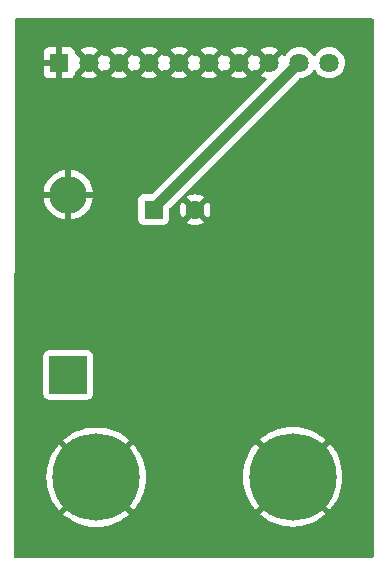
<source format=gbr>
%TF.GenerationSoftware,KiCad,Pcbnew,8.0.7*%
%TF.CreationDate,2025-03-17T18:49:10-07:00*%
%TF.ProjectId,Buck5,4275636b-352e-46b6-9963-61645f706362,rev?*%
%TF.SameCoordinates,Original*%
%TF.FileFunction,Copper,L4,Bot*%
%TF.FilePolarity,Positive*%
%FSLAX46Y46*%
G04 Gerber Fmt 4.6, Leading zero omitted, Abs format (unit mm)*
G04 Created by KiCad (PCBNEW 8.0.7) date 2025-03-17 18:49:10*
%MOMM*%
%LPD*%
G01*
G04 APERTURE LIST*
%TA.AperFunction,ComponentPad*%
%ADD10R,1.600000X1.600000*%
%TD*%
%TA.AperFunction,ComponentPad*%
%ADD11C,1.600000*%
%TD*%
%TA.AperFunction,ComponentPad*%
%ADD12C,7.400000*%
%TD*%
%TA.AperFunction,ComponentPad*%
%ADD13R,3.200000X3.200000*%
%TD*%
%TA.AperFunction,ComponentPad*%
%ADD14O,3.200000X3.200000*%
%TD*%
%TA.AperFunction,ComponentPad*%
%ADD15R,1.635000X1.635000*%
%TD*%
%TA.AperFunction,ComponentPad*%
%ADD16C,1.635000*%
%TD*%
%TA.AperFunction,ViaPad*%
%ADD17C,1.700000*%
%TD*%
%TA.AperFunction,Conductor*%
%ADD18C,0.850000*%
%TD*%
G04 APERTURE END LIST*
D10*
%TO.P,C2,1*%
%TO.N,/+5V*%
X108329349Y-86106000D03*
D11*
%TO.P,C2,2*%
%TO.N,GND*%
X111829349Y-86106000D03*
%TD*%
D12*
%TO.P,H1,1,1*%
%TO.N,GND*%
X103450000Y-108749900D03*
%TD*%
D13*
%TO.P,D2,1,K*%
%TO.N,Net-(D2-K)*%
X101092000Y-100076000D03*
D14*
%TO.P,D2,2,A*%
%TO.N,GND*%
X101092000Y-84836000D03*
%TD*%
D12*
%TO.P,H2,1,1*%
%TO.N,GND*%
X120100000Y-108720000D03*
%TD*%
D15*
%TO.P,J1,1,Pin_1*%
%TO.N,GND*%
X100330000Y-73660000D03*
D16*
%TO.P,J1,2,Pin_2*%
X102870000Y-73660000D03*
%TO.P,J1,3,Pin_3*%
X105410000Y-73660000D03*
%TO.P,J1,4,Pin_4*%
X107950000Y-73660000D03*
%TO.P,J1,5,Pin_5*%
X110490000Y-73660000D03*
%TO.P,J1,6,Pin_6*%
X113030000Y-73660000D03*
%TO.P,J1,7,Pin_7*%
X115570000Y-73660000D03*
%TO.P,J1,8,Pin_8*%
X118110000Y-73660000D03*
%TO.P,J1,9,Pin_9*%
%TO.N,/+5V*%
X120650000Y-73660000D03*
%TO.P,J1,10,Pin_10*%
%TO.N,/+24V*%
X123190000Y-73660000D03*
%TD*%
D17*
%TO.N,GND*%
X120650000Y-86360000D03*
X115757000Y-89729000D03*
%TD*%
D18*
%TO.N,/+5V*%
X108329349Y-86106000D02*
X108329349Y-85980651D01*
X108329349Y-85980651D02*
X120650000Y-73660000D01*
%TD*%
%TA.AperFunction,Conductor*%
%TO.N,GND*%
G36*
X126891880Y-69919670D02*
G01*
X126937635Y-69972474D01*
X126948841Y-70023985D01*
X126949236Y-115464939D01*
X126929552Y-115531979D01*
X126876748Y-115577734D01*
X126825322Y-115588940D01*
X96644086Y-115609990D01*
X96577033Y-115590352D01*
X96531242Y-115537580D01*
X96520000Y-115485990D01*
X96520000Y-108749900D01*
X99244935Y-108749900D01*
X99265185Y-109162076D01*
X99325735Y-109570273D01*
X99426007Y-109970576D01*
X99565019Y-110359089D01*
X99565027Y-110359109D01*
X99741466Y-110732157D01*
X99953614Y-111086106D01*
X100199441Y-111417564D01*
X100308478Y-111537867D01*
X101977060Y-109869284D01*
X102056112Y-109972307D01*
X102227593Y-110143788D01*
X102330613Y-110222838D01*
X100662031Y-111891420D01*
X100782335Y-112000458D01*
X101113793Y-112246285D01*
X101467742Y-112458433D01*
X101840790Y-112634872D01*
X101840810Y-112634880D01*
X102229323Y-112773892D01*
X102629626Y-112874164D01*
X103037823Y-112934714D01*
X103450000Y-112954964D01*
X103862176Y-112934714D01*
X104270373Y-112874164D01*
X104670676Y-112773892D01*
X105059189Y-112634880D01*
X105059209Y-112634872D01*
X105432257Y-112458433D01*
X105786206Y-112246285D01*
X106117670Y-112000454D01*
X106237967Y-111891421D01*
X106237967Y-111891419D01*
X104569385Y-110222838D01*
X104672407Y-110143788D01*
X104843888Y-109972307D01*
X104922938Y-109869286D01*
X106591519Y-111537867D01*
X106591521Y-111537867D01*
X106700554Y-111417570D01*
X106946385Y-111086106D01*
X107158533Y-110732157D01*
X107334972Y-110359109D01*
X107334980Y-110359089D01*
X107473992Y-109970576D01*
X107574264Y-109570273D01*
X107634814Y-109162076D01*
X107655064Y-108749900D01*
X107653595Y-108720000D01*
X115894935Y-108720000D01*
X115915185Y-109132176D01*
X115975735Y-109540373D01*
X116076007Y-109940676D01*
X116215019Y-110329189D01*
X116215027Y-110329209D01*
X116391466Y-110702257D01*
X116603614Y-111056206D01*
X116849441Y-111387664D01*
X116958478Y-111507967D01*
X118627060Y-109839384D01*
X118706112Y-109942407D01*
X118877593Y-110113888D01*
X118980613Y-110192938D01*
X117312031Y-111861520D01*
X117432335Y-111970558D01*
X117763793Y-112216385D01*
X118117742Y-112428533D01*
X118490790Y-112604972D01*
X118490810Y-112604980D01*
X118879323Y-112743992D01*
X119279626Y-112844264D01*
X119687823Y-112904814D01*
X120100000Y-112925064D01*
X120512176Y-112904814D01*
X120920373Y-112844264D01*
X121320676Y-112743992D01*
X121709189Y-112604980D01*
X121709209Y-112604972D01*
X122082257Y-112428533D01*
X122436206Y-112216385D01*
X122767670Y-111970554D01*
X122887967Y-111861521D01*
X122887967Y-111861519D01*
X121219385Y-110192938D01*
X121322407Y-110113888D01*
X121493888Y-109942407D01*
X121572938Y-109839386D01*
X123241519Y-111507967D01*
X123241521Y-111507967D01*
X123350554Y-111387670D01*
X123596385Y-111056206D01*
X123808533Y-110702257D01*
X123984972Y-110329209D01*
X123984980Y-110329189D01*
X124123992Y-109940676D01*
X124224264Y-109540373D01*
X124284814Y-109132176D01*
X124305064Y-108720000D01*
X124284814Y-108307823D01*
X124224264Y-107899626D01*
X124123992Y-107499323D01*
X123984980Y-107110810D01*
X123984972Y-107110790D01*
X123808533Y-106737742D01*
X123596385Y-106383793D01*
X123350558Y-106052335D01*
X123241520Y-105932031D01*
X121572938Y-107600613D01*
X121493888Y-107497593D01*
X121322407Y-107326112D01*
X121219384Y-107247060D01*
X122887967Y-105578478D01*
X122767664Y-105469441D01*
X122436206Y-105223614D01*
X122082257Y-105011466D01*
X121709209Y-104835027D01*
X121709189Y-104835019D01*
X121320676Y-104696007D01*
X120920373Y-104595735D01*
X120512176Y-104535185D01*
X120100000Y-104514935D01*
X119687823Y-104535185D01*
X119279626Y-104595735D01*
X118879323Y-104696007D01*
X118490810Y-104835019D01*
X118490790Y-104835027D01*
X118117742Y-105011466D01*
X117763793Y-105223614D01*
X117432329Y-105469445D01*
X117312031Y-105578477D01*
X117312031Y-105578478D01*
X118980614Y-107247061D01*
X118877593Y-107326112D01*
X118706112Y-107497593D01*
X118627061Y-107600614D01*
X116958478Y-105932031D01*
X116958477Y-105932031D01*
X116849445Y-106052329D01*
X116603614Y-106383793D01*
X116391466Y-106737742D01*
X116215027Y-107110790D01*
X116215019Y-107110810D01*
X116076007Y-107499323D01*
X115975735Y-107899626D01*
X115915185Y-108307823D01*
X115894935Y-108720000D01*
X107653595Y-108720000D01*
X107634814Y-108337723D01*
X107574264Y-107929526D01*
X107473992Y-107529223D01*
X107334980Y-107140710D01*
X107334972Y-107140690D01*
X107158533Y-106767642D01*
X106946385Y-106413693D01*
X106700558Y-106082235D01*
X106591520Y-105961931D01*
X104922938Y-107630513D01*
X104843888Y-107527493D01*
X104672407Y-107356012D01*
X104569384Y-107276960D01*
X106237967Y-105608378D01*
X106117664Y-105499341D01*
X105786206Y-105253514D01*
X105432257Y-105041366D01*
X105059209Y-104864927D01*
X105059189Y-104864919D01*
X104670676Y-104725907D01*
X104270373Y-104625635D01*
X103862176Y-104565085D01*
X103450000Y-104544835D01*
X103037823Y-104565085D01*
X102629626Y-104625635D01*
X102229323Y-104725907D01*
X101840810Y-104864919D01*
X101840790Y-104864927D01*
X101467742Y-105041366D01*
X101113793Y-105253514D01*
X100782329Y-105499345D01*
X100662031Y-105608377D01*
X100662031Y-105608378D01*
X102330614Y-107276961D01*
X102227593Y-107356012D01*
X102056112Y-107527493D01*
X101977061Y-107630514D01*
X100308478Y-105961931D01*
X100308477Y-105961931D01*
X100199445Y-106082229D01*
X99953614Y-106413693D01*
X99741466Y-106767642D01*
X99565027Y-107140690D01*
X99565019Y-107140710D01*
X99426007Y-107529223D01*
X99325735Y-107929526D01*
X99265185Y-108337723D01*
X99244935Y-108749900D01*
X96520000Y-108749900D01*
X96520000Y-104454508D01*
X96523348Y-102119793D01*
X96528642Y-98428135D01*
X98991500Y-98428135D01*
X98991500Y-101723870D01*
X98991501Y-101723876D01*
X98997908Y-101783483D01*
X99048202Y-101918328D01*
X99048206Y-101918335D01*
X99134452Y-102033544D01*
X99134455Y-102033547D01*
X99249664Y-102119793D01*
X99249671Y-102119797D01*
X99384517Y-102170091D01*
X99384516Y-102170091D01*
X99391444Y-102170835D01*
X99444127Y-102176500D01*
X102739872Y-102176499D01*
X102799483Y-102170091D01*
X102934331Y-102119796D01*
X103049546Y-102033546D01*
X103135796Y-101918331D01*
X103186091Y-101783483D01*
X103192500Y-101723873D01*
X103192499Y-98428128D01*
X103186091Y-98368517D01*
X103135796Y-98233669D01*
X103135795Y-98233668D01*
X103135793Y-98233664D01*
X103049547Y-98118455D01*
X103049544Y-98118452D01*
X102934335Y-98032206D01*
X102934328Y-98032202D01*
X102799482Y-97981908D01*
X102799483Y-97981908D01*
X102739883Y-97975501D01*
X102739881Y-97975500D01*
X102739873Y-97975500D01*
X102739864Y-97975500D01*
X99444129Y-97975500D01*
X99444123Y-97975501D01*
X99384516Y-97981908D01*
X99249671Y-98032202D01*
X99249664Y-98032206D01*
X99134455Y-98118452D01*
X99134452Y-98118455D01*
X99048206Y-98233664D01*
X99048202Y-98233671D01*
X98997908Y-98368517D01*
X98991501Y-98428116D01*
X98991501Y-98428123D01*
X98991500Y-98428135D01*
X96528642Y-98428135D01*
X96548490Y-84585999D01*
X99004192Y-84585999D01*
X99004193Y-84586000D01*
X100329639Y-84586000D01*
X100322743Y-84602649D01*
X100292000Y-84757207D01*
X100292000Y-84914793D01*
X100322743Y-85069351D01*
X100329639Y-85086000D01*
X99004193Y-85086000D01*
X99006697Y-85122619D01*
X99065146Y-85403888D01*
X99065150Y-85403902D01*
X99161355Y-85674595D01*
X99293527Y-85929676D01*
X99459204Y-86164385D01*
X99459204Y-86164386D01*
X99655288Y-86374341D01*
X99878135Y-86555641D01*
X99878146Y-86555648D01*
X100123607Y-86704917D01*
X100387108Y-86819371D01*
X100663737Y-86896879D01*
X100663746Y-86896881D01*
X100841999Y-86921380D01*
X100842000Y-86921380D01*
X100842000Y-85598360D01*
X100858649Y-85605257D01*
X101013207Y-85636000D01*
X101170793Y-85636000D01*
X101325351Y-85605257D01*
X101342000Y-85598360D01*
X101342000Y-86921380D01*
X101520253Y-86896881D01*
X101520262Y-86896879D01*
X101796891Y-86819371D01*
X102060392Y-86704917D01*
X102305853Y-86555648D01*
X102305864Y-86555641D01*
X102528711Y-86374341D01*
X102724795Y-86164386D01*
X102724795Y-86164385D01*
X102890472Y-85929676D01*
X103022644Y-85674595D01*
X103118849Y-85403902D01*
X103118853Y-85403888D01*
X103177302Y-85122619D01*
X103179807Y-85086000D01*
X101854361Y-85086000D01*
X101861257Y-85069351D01*
X101892000Y-84914793D01*
X101892000Y-84757207D01*
X101861257Y-84602649D01*
X101854361Y-84586000D01*
X103179807Y-84586000D01*
X103179807Y-84585999D01*
X103177302Y-84549380D01*
X103118853Y-84268111D01*
X103118849Y-84268097D01*
X103022644Y-83997404D01*
X102890472Y-83742323D01*
X102724795Y-83507614D01*
X102724795Y-83507613D01*
X102528711Y-83297658D01*
X102305864Y-83116358D01*
X102305853Y-83116351D01*
X102060392Y-82967082D01*
X101796891Y-82852628D01*
X101520262Y-82775120D01*
X101520255Y-82775119D01*
X101342000Y-82750618D01*
X101342000Y-84073639D01*
X101325351Y-84066743D01*
X101170793Y-84036000D01*
X101013207Y-84036000D01*
X100858649Y-84066743D01*
X100842000Y-84073639D01*
X100842000Y-82750618D01*
X100663744Y-82775119D01*
X100663737Y-82775120D01*
X100387108Y-82852628D01*
X100123607Y-82967082D01*
X99878146Y-83116351D01*
X99878135Y-83116358D01*
X99655288Y-83297658D01*
X99459204Y-83507613D01*
X99459204Y-83507614D01*
X99293527Y-83742323D01*
X99161355Y-83997404D01*
X99065150Y-84268097D01*
X99065146Y-84268111D01*
X99006697Y-84549380D01*
X99004192Y-84585999D01*
X96548490Y-84585999D01*
X96565398Y-72794655D01*
X99012500Y-72794655D01*
X99012500Y-73410000D01*
X99845026Y-73410000D01*
X99822141Y-73449638D01*
X99785000Y-73588249D01*
X99785000Y-73731751D01*
X99822141Y-73870362D01*
X99845026Y-73910000D01*
X99012500Y-73910000D01*
X99012500Y-74525344D01*
X99018901Y-74584872D01*
X99018903Y-74584879D01*
X99069145Y-74719586D01*
X99069149Y-74719593D01*
X99155309Y-74834687D01*
X99155312Y-74834690D01*
X99270406Y-74920850D01*
X99270413Y-74920854D01*
X99405120Y-74971096D01*
X99405127Y-74971098D01*
X99464655Y-74977499D01*
X99464672Y-74977500D01*
X100080000Y-74977500D01*
X100080000Y-74144974D01*
X100119638Y-74167859D01*
X100258249Y-74205000D01*
X100401751Y-74205000D01*
X100540362Y-74167859D01*
X100580000Y-74144974D01*
X100580000Y-74977500D01*
X101195328Y-74977500D01*
X101195344Y-74977499D01*
X101254872Y-74971098D01*
X101254879Y-74971096D01*
X101389586Y-74920854D01*
X101389593Y-74920850D01*
X101504687Y-74834690D01*
X101504690Y-74834687D01*
X101590850Y-74719593D01*
X101590854Y-74719586D01*
X101641096Y-74584879D01*
X101641098Y-74584872D01*
X101647499Y-74525344D01*
X101647500Y-74525327D01*
X101647500Y-74521906D01*
X101667185Y-74454867D01*
X101719989Y-74409112D01*
X101777185Y-74399260D01*
X102350294Y-73826151D01*
X102362141Y-73870362D01*
X102433891Y-73994638D01*
X102535362Y-74096109D01*
X102659638Y-74167859D01*
X102703848Y-74179705D01*
X102131961Y-74751590D01*
X102208735Y-74805348D01*
X102417665Y-74902773D01*
X102417674Y-74902777D01*
X102640339Y-74962439D01*
X102640350Y-74962441D01*
X102869998Y-74982533D01*
X102870002Y-74982533D01*
X103099649Y-74962441D01*
X103099660Y-74962439D01*
X103322325Y-74902777D01*
X103322334Y-74902773D01*
X103531266Y-74805347D01*
X103531270Y-74805345D01*
X103608037Y-74751591D01*
X103036151Y-74179705D01*
X103080362Y-74167859D01*
X103204638Y-74096109D01*
X103306109Y-73994638D01*
X103377859Y-73870362D01*
X103389705Y-73826151D01*
X103961591Y-74398037D01*
X104015345Y-74321270D01*
X104015349Y-74321262D01*
X104027618Y-74294953D01*
X104073790Y-74242513D01*
X104140984Y-74223361D01*
X104207865Y-74243577D01*
X104252382Y-74294953D01*
X104264650Y-74321262D01*
X104318408Y-74398037D01*
X104890294Y-73826151D01*
X104902141Y-73870362D01*
X104973891Y-73994638D01*
X105075362Y-74096109D01*
X105199638Y-74167859D01*
X105243848Y-74179705D01*
X104671961Y-74751590D01*
X104748735Y-74805348D01*
X104957665Y-74902773D01*
X104957674Y-74902777D01*
X105180339Y-74962439D01*
X105180350Y-74962441D01*
X105409998Y-74982533D01*
X105410002Y-74982533D01*
X105639649Y-74962441D01*
X105639660Y-74962439D01*
X105862325Y-74902777D01*
X105862334Y-74902773D01*
X106071266Y-74805347D01*
X106071270Y-74805345D01*
X106148037Y-74751591D01*
X105576151Y-74179705D01*
X105620362Y-74167859D01*
X105744638Y-74096109D01*
X105846109Y-73994638D01*
X105917859Y-73870362D01*
X105929705Y-73826151D01*
X106501591Y-74398037D01*
X106555345Y-74321270D01*
X106555349Y-74321262D01*
X106567618Y-74294953D01*
X106613790Y-74242513D01*
X106680984Y-74223361D01*
X106747865Y-74243577D01*
X106792382Y-74294953D01*
X106804650Y-74321262D01*
X106858408Y-74398037D01*
X107430294Y-73826151D01*
X107442141Y-73870362D01*
X107513891Y-73994638D01*
X107615362Y-74096109D01*
X107739638Y-74167859D01*
X107783848Y-74179705D01*
X107211961Y-74751590D01*
X107288735Y-74805348D01*
X107497665Y-74902773D01*
X107497674Y-74902777D01*
X107720339Y-74962439D01*
X107720350Y-74962441D01*
X107949998Y-74982533D01*
X107950002Y-74982533D01*
X108179649Y-74962441D01*
X108179660Y-74962439D01*
X108402325Y-74902777D01*
X108402334Y-74902773D01*
X108611266Y-74805347D01*
X108611270Y-74805345D01*
X108688037Y-74751591D01*
X108116151Y-74179705D01*
X108160362Y-74167859D01*
X108284638Y-74096109D01*
X108386109Y-73994638D01*
X108457859Y-73870362D01*
X108469705Y-73826151D01*
X109041591Y-74398037D01*
X109095345Y-74321270D01*
X109095349Y-74321262D01*
X109107618Y-74294953D01*
X109153790Y-74242513D01*
X109220984Y-74223361D01*
X109287865Y-74243577D01*
X109332382Y-74294953D01*
X109344650Y-74321262D01*
X109398408Y-74398037D01*
X109970294Y-73826151D01*
X109982141Y-73870362D01*
X110053891Y-73994638D01*
X110155362Y-74096109D01*
X110279638Y-74167859D01*
X110323848Y-74179705D01*
X109751961Y-74751590D01*
X109828735Y-74805348D01*
X110037665Y-74902773D01*
X110037674Y-74902777D01*
X110260339Y-74962439D01*
X110260350Y-74962441D01*
X110489998Y-74982533D01*
X110490002Y-74982533D01*
X110719649Y-74962441D01*
X110719660Y-74962439D01*
X110942325Y-74902777D01*
X110942334Y-74902773D01*
X111151266Y-74805347D01*
X111151270Y-74805345D01*
X111228037Y-74751591D01*
X110656151Y-74179705D01*
X110700362Y-74167859D01*
X110824638Y-74096109D01*
X110926109Y-73994638D01*
X110997859Y-73870362D01*
X111009705Y-73826151D01*
X111581591Y-74398037D01*
X111635345Y-74321270D01*
X111635349Y-74321262D01*
X111647618Y-74294953D01*
X111693790Y-74242513D01*
X111760984Y-74223361D01*
X111827865Y-74243577D01*
X111872382Y-74294953D01*
X111884650Y-74321262D01*
X111938408Y-74398037D01*
X112510294Y-73826151D01*
X112522141Y-73870362D01*
X112593891Y-73994638D01*
X112695362Y-74096109D01*
X112819638Y-74167859D01*
X112863848Y-74179705D01*
X112291961Y-74751590D01*
X112368735Y-74805348D01*
X112577665Y-74902773D01*
X112577674Y-74902777D01*
X112800339Y-74962439D01*
X112800350Y-74962441D01*
X113029998Y-74982533D01*
X113030002Y-74982533D01*
X113259649Y-74962441D01*
X113259660Y-74962439D01*
X113482325Y-74902777D01*
X113482334Y-74902773D01*
X113691266Y-74805347D01*
X113691270Y-74805345D01*
X113768037Y-74751591D01*
X113196151Y-74179705D01*
X113240362Y-74167859D01*
X113364638Y-74096109D01*
X113466109Y-73994638D01*
X113537859Y-73870362D01*
X113549705Y-73826151D01*
X114121591Y-74398037D01*
X114175345Y-74321270D01*
X114175349Y-74321262D01*
X114187618Y-74294953D01*
X114233790Y-74242513D01*
X114300984Y-74223361D01*
X114367865Y-74243577D01*
X114412382Y-74294953D01*
X114424650Y-74321262D01*
X114478408Y-74398037D01*
X115050294Y-73826151D01*
X115062141Y-73870362D01*
X115133891Y-73994638D01*
X115235362Y-74096109D01*
X115359638Y-74167859D01*
X115403848Y-74179705D01*
X114831961Y-74751590D01*
X114908735Y-74805348D01*
X115117665Y-74902773D01*
X115117674Y-74902777D01*
X115340339Y-74962439D01*
X115340350Y-74962441D01*
X115569998Y-74982533D01*
X115570002Y-74982533D01*
X115799649Y-74962441D01*
X115799660Y-74962439D01*
X116022325Y-74902777D01*
X116022334Y-74902773D01*
X116231266Y-74805347D01*
X116231270Y-74805345D01*
X116308037Y-74751591D01*
X115736151Y-74179705D01*
X115780362Y-74167859D01*
X115904638Y-74096109D01*
X116006109Y-73994638D01*
X116077859Y-73870362D01*
X116089705Y-73826151D01*
X116661591Y-74398037D01*
X116715345Y-74321270D01*
X116715349Y-74321262D01*
X116727618Y-74294953D01*
X116773790Y-74242513D01*
X116840984Y-74223361D01*
X116907865Y-74243577D01*
X116952382Y-74294953D01*
X116964650Y-74321262D01*
X117018408Y-74398037D01*
X117590294Y-73826151D01*
X117602141Y-73870362D01*
X117673891Y-73994638D01*
X117775362Y-74096109D01*
X117899638Y-74167859D01*
X117943847Y-74179705D01*
X117371961Y-74751590D01*
X117448735Y-74805348D01*
X117657665Y-74902773D01*
X117657674Y-74902777D01*
X117797780Y-74940318D01*
X117857441Y-74976683D01*
X117887970Y-75039530D01*
X117879675Y-75108905D01*
X117853368Y-75147774D01*
X108231962Y-84769181D01*
X108170639Y-84802666D01*
X108144281Y-84805500D01*
X107481478Y-84805500D01*
X107481472Y-84805501D01*
X107421865Y-84811908D01*
X107287020Y-84862202D01*
X107287013Y-84862206D01*
X107171804Y-84948452D01*
X107171801Y-84948455D01*
X107085555Y-85063664D01*
X107085551Y-85063671D01*
X107035257Y-85198517D01*
X107028850Y-85258116D01*
X107028849Y-85258135D01*
X107028849Y-86953870D01*
X107028850Y-86953876D01*
X107035257Y-87013483D01*
X107085551Y-87148328D01*
X107085555Y-87148335D01*
X107171801Y-87263544D01*
X107171804Y-87263547D01*
X107287013Y-87349793D01*
X107287020Y-87349797D01*
X107421866Y-87400091D01*
X107421865Y-87400091D01*
X107428793Y-87400835D01*
X107481476Y-87406500D01*
X109177221Y-87406499D01*
X109236832Y-87400091D01*
X109371680Y-87349796D01*
X109486895Y-87263546D01*
X109573145Y-87148331D01*
X109623440Y-87013483D01*
X109629849Y-86953873D01*
X109629848Y-86105997D01*
X110524383Y-86105997D01*
X110524383Y-86106002D01*
X110544207Y-86332599D01*
X110544209Y-86332610D01*
X110603079Y-86552317D01*
X110603084Y-86552331D01*
X110699212Y-86758478D01*
X110750323Y-86831472D01*
X111429349Y-86152446D01*
X111429349Y-86158661D01*
X111456608Y-86260394D01*
X111509269Y-86351606D01*
X111583743Y-86426080D01*
X111674955Y-86478741D01*
X111776688Y-86506000D01*
X111782902Y-86506000D01*
X111103875Y-87185025D01*
X111176862Y-87236132D01*
X111176870Y-87236136D01*
X111383017Y-87332264D01*
X111383031Y-87332269D01*
X111602738Y-87391139D01*
X111602749Y-87391141D01*
X111829347Y-87410966D01*
X111829351Y-87410966D01*
X112055948Y-87391141D01*
X112055959Y-87391139D01*
X112275666Y-87332269D01*
X112275680Y-87332264D01*
X112481827Y-87236136D01*
X112554820Y-87185024D01*
X111875796Y-86506000D01*
X111882010Y-86506000D01*
X111983743Y-86478741D01*
X112074955Y-86426080D01*
X112149429Y-86351606D01*
X112202090Y-86260394D01*
X112229349Y-86158661D01*
X112229349Y-86152447D01*
X112908373Y-86831471D01*
X112959485Y-86758478D01*
X113055613Y-86552331D01*
X113055618Y-86552317D01*
X113114488Y-86332610D01*
X113114490Y-86332599D01*
X113134315Y-86106002D01*
X113134315Y-86105997D01*
X113114490Y-85879400D01*
X113114488Y-85879389D01*
X113055618Y-85659682D01*
X113055613Y-85659668D01*
X112959485Y-85453521D01*
X112959481Y-85453513D01*
X112908374Y-85380526D01*
X112229349Y-86059551D01*
X112229349Y-86053339D01*
X112202090Y-85951606D01*
X112149429Y-85860394D01*
X112074955Y-85785920D01*
X111983743Y-85733259D01*
X111882010Y-85706000D01*
X111875794Y-85706000D01*
X112554821Y-85026974D01*
X112481827Y-84975863D01*
X112275680Y-84879735D01*
X112275666Y-84879730D01*
X112055959Y-84820860D01*
X112055948Y-84820858D01*
X111829351Y-84801034D01*
X111829347Y-84801034D01*
X111602749Y-84820858D01*
X111602738Y-84820860D01*
X111383031Y-84879730D01*
X111383022Y-84879734D01*
X111176865Y-84975866D01*
X111176861Y-84975868D01*
X111103875Y-85026973D01*
X111103875Y-85026974D01*
X111782902Y-85706000D01*
X111776688Y-85706000D01*
X111674955Y-85733259D01*
X111583743Y-85785920D01*
X111509269Y-85860394D01*
X111456608Y-85951606D01*
X111429349Y-86053339D01*
X111429349Y-86059552D01*
X110750323Y-85380526D01*
X110750322Y-85380526D01*
X110699217Y-85453512D01*
X110699215Y-85453516D01*
X110603083Y-85659673D01*
X110603079Y-85659682D01*
X110544209Y-85879389D01*
X110544207Y-85879400D01*
X110524383Y-86105997D01*
X109629848Y-86105997D01*
X109629848Y-86040366D01*
X109649532Y-85973328D01*
X109666162Y-85952691D01*
X120602547Y-75016306D01*
X120663868Y-74982823D01*
X120679416Y-74980461D01*
X120879743Y-74962935D01*
X121102505Y-74903246D01*
X121311518Y-74805782D01*
X121500431Y-74673504D01*
X121663504Y-74510431D01*
X121795782Y-74321518D01*
X121807618Y-74296134D01*
X121853789Y-74243696D01*
X121920982Y-74224543D01*
X121987864Y-74244758D01*
X122032381Y-74296134D01*
X122044218Y-74321518D01*
X122044219Y-74321519D01*
X122044220Y-74321522D01*
X122176496Y-74510432D01*
X122339567Y-74673503D01*
X122528477Y-74805779D01*
X122528479Y-74805780D01*
X122528482Y-74805782D01*
X122737495Y-74903246D01*
X122960257Y-74962935D01*
X123117397Y-74976683D01*
X123189998Y-74983035D01*
X123190000Y-74983035D01*
X123190002Y-74983035D01*
X123262603Y-74976683D01*
X123419743Y-74962935D01*
X123642505Y-74903246D01*
X123851518Y-74805782D01*
X124040431Y-74673504D01*
X124203504Y-74510431D01*
X124335782Y-74321518D01*
X124433246Y-74112505D01*
X124492935Y-73889743D01*
X124513035Y-73660000D01*
X124492935Y-73430257D01*
X124433246Y-73207495D01*
X124335782Y-72998483D01*
X124203504Y-72809569D01*
X124203502Y-72809566D01*
X124040432Y-72646496D01*
X123851522Y-72514220D01*
X123851518Y-72514218D01*
X123851516Y-72514217D01*
X123642505Y-72416754D01*
X123642501Y-72416753D01*
X123642497Y-72416751D01*
X123419748Y-72357066D01*
X123419744Y-72357065D01*
X123419743Y-72357065D01*
X123419742Y-72357064D01*
X123419737Y-72357064D01*
X123190002Y-72336965D01*
X123189998Y-72336965D01*
X122960262Y-72357064D01*
X122960251Y-72357066D01*
X122737502Y-72416751D01*
X122737495Y-72416753D01*
X122737495Y-72416754D01*
X122736485Y-72417225D01*
X122528484Y-72514217D01*
X122528482Y-72514218D01*
X122339566Y-72646497D01*
X122176497Y-72809566D01*
X122044218Y-72998482D01*
X122044214Y-72998489D01*
X122032381Y-73023866D01*
X121986208Y-73076305D01*
X121919015Y-73095456D01*
X121852134Y-73075239D01*
X121807619Y-73023866D01*
X121795785Y-72998489D01*
X121795781Y-72998482D01*
X121795780Y-72998481D01*
X121663504Y-72809569D01*
X121663502Y-72809566D01*
X121500432Y-72646496D01*
X121311522Y-72514220D01*
X121311518Y-72514218D01*
X121311516Y-72514217D01*
X121102505Y-72416754D01*
X121102501Y-72416753D01*
X121102497Y-72416751D01*
X120879748Y-72357066D01*
X120879744Y-72357065D01*
X120879743Y-72357065D01*
X120879742Y-72357064D01*
X120879737Y-72357064D01*
X120650002Y-72336965D01*
X120649998Y-72336965D01*
X120420262Y-72357064D01*
X120420251Y-72357066D01*
X120197502Y-72416751D01*
X120197495Y-72416753D01*
X120197495Y-72416754D01*
X120196485Y-72417225D01*
X119988484Y-72514217D01*
X119988482Y-72514218D01*
X119799566Y-72646497D01*
X119636497Y-72809566D01*
X119504219Y-72998481D01*
X119492106Y-73024458D01*
X119445933Y-73076897D01*
X119378739Y-73096048D01*
X119311858Y-73075832D01*
X119267342Y-73024457D01*
X119255350Y-72998740D01*
X119201589Y-72921961D01*
X118629704Y-73493847D01*
X118617859Y-73449638D01*
X118546109Y-73325362D01*
X118444638Y-73223891D01*
X118320362Y-73152141D01*
X118276151Y-73140294D01*
X118848037Y-72568408D01*
X118771264Y-72514651D01*
X118562334Y-72417226D01*
X118562325Y-72417222D01*
X118339660Y-72357560D01*
X118339649Y-72357558D01*
X118110002Y-72337467D01*
X118109998Y-72337467D01*
X117880350Y-72357558D01*
X117880339Y-72357560D01*
X117657674Y-72417222D01*
X117657665Y-72417225D01*
X117448731Y-72514654D01*
X117371961Y-72568407D01*
X117943848Y-73140294D01*
X117899638Y-73152141D01*
X117775362Y-73223891D01*
X117673891Y-73325362D01*
X117602141Y-73449638D01*
X117590294Y-73493848D01*
X117018407Y-72921961D01*
X116964655Y-72998729D01*
X116952382Y-73025050D01*
X116906209Y-73077489D01*
X116839015Y-73096640D01*
X116772134Y-73076424D01*
X116727618Y-73025048D01*
X116715351Y-72998742D01*
X116661589Y-72921961D01*
X116089704Y-73493847D01*
X116077859Y-73449638D01*
X116006109Y-73325362D01*
X115904638Y-73223891D01*
X115780362Y-73152141D01*
X115736151Y-73140294D01*
X116308037Y-72568408D01*
X116231264Y-72514651D01*
X116022334Y-72417226D01*
X116022325Y-72417222D01*
X115799660Y-72357560D01*
X115799649Y-72357558D01*
X115570002Y-72337467D01*
X115569998Y-72337467D01*
X115340350Y-72357558D01*
X115340339Y-72357560D01*
X115117674Y-72417222D01*
X115117665Y-72417225D01*
X114908731Y-72514654D01*
X114831961Y-72568407D01*
X115403848Y-73140294D01*
X115359638Y-73152141D01*
X115235362Y-73223891D01*
X115133891Y-73325362D01*
X115062141Y-73449638D01*
X115050294Y-73493848D01*
X114478407Y-72921961D01*
X114424655Y-72998729D01*
X114412382Y-73025050D01*
X114366209Y-73077489D01*
X114299015Y-73096640D01*
X114232134Y-73076424D01*
X114187618Y-73025048D01*
X114175351Y-72998742D01*
X114121589Y-72921961D01*
X113549704Y-73493847D01*
X113537859Y-73449638D01*
X113466109Y-73325362D01*
X113364638Y-73223891D01*
X113240362Y-73152141D01*
X113196151Y-73140294D01*
X113768037Y-72568408D01*
X113691264Y-72514651D01*
X113482334Y-72417226D01*
X113482325Y-72417222D01*
X113259660Y-72357560D01*
X113259649Y-72357558D01*
X113030002Y-72337467D01*
X113029998Y-72337467D01*
X112800350Y-72357558D01*
X112800339Y-72357560D01*
X112577674Y-72417222D01*
X112577665Y-72417225D01*
X112368731Y-72514654D01*
X112291961Y-72568407D01*
X112863848Y-73140294D01*
X112819638Y-73152141D01*
X112695362Y-73223891D01*
X112593891Y-73325362D01*
X112522141Y-73449638D01*
X112510294Y-73493848D01*
X111938407Y-72921961D01*
X111884655Y-72998729D01*
X111872382Y-73025050D01*
X111826209Y-73077489D01*
X111759015Y-73096640D01*
X111692134Y-73076424D01*
X111647618Y-73025048D01*
X111635351Y-72998742D01*
X111581589Y-72921961D01*
X111009704Y-73493847D01*
X110997859Y-73449638D01*
X110926109Y-73325362D01*
X110824638Y-73223891D01*
X110700362Y-73152141D01*
X110656151Y-73140294D01*
X111228037Y-72568408D01*
X111151264Y-72514651D01*
X110942334Y-72417226D01*
X110942325Y-72417222D01*
X110719660Y-72357560D01*
X110719649Y-72357558D01*
X110490002Y-72337467D01*
X110489998Y-72337467D01*
X110260350Y-72357558D01*
X110260339Y-72357560D01*
X110037674Y-72417222D01*
X110037665Y-72417225D01*
X109828731Y-72514654D01*
X109751961Y-72568407D01*
X110323848Y-73140294D01*
X110279638Y-73152141D01*
X110155362Y-73223891D01*
X110053891Y-73325362D01*
X109982141Y-73449638D01*
X109970294Y-73493848D01*
X109398407Y-72921961D01*
X109344655Y-72998729D01*
X109332382Y-73025050D01*
X109286209Y-73077489D01*
X109219015Y-73096640D01*
X109152134Y-73076424D01*
X109107618Y-73025048D01*
X109095351Y-72998742D01*
X109041589Y-72921961D01*
X108469704Y-73493847D01*
X108457859Y-73449638D01*
X108386109Y-73325362D01*
X108284638Y-73223891D01*
X108160362Y-73152141D01*
X108116151Y-73140294D01*
X108688037Y-72568408D01*
X108611264Y-72514651D01*
X108402334Y-72417226D01*
X108402325Y-72417222D01*
X108179660Y-72357560D01*
X108179649Y-72357558D01*
X107950002Y-72337467D01*
X107949998Y-72337467D01*
X107720350Y-72357558D01*
X107720339Y-72357560D01*
X107497674Y-72417222D01*
X107497665Y-72417225D01*
X107288731Y-72514654D01*
X107211961Y-72568407D01*
X107783848Y-73140294D01*
X107739638Y-73152141D01*
X107615362Y-73223891D01*
X107513891Y-73325362D01*
X107442141Y-73449638D01*
X107430294Y-73493848D01*
X106858407Y-72921961D01*
X106804655Y-72998729D01*
X106792382Y-73025050D01*
X106746209Y-73077489D01*
X106679015Y-73096640D01*
X106612134Y-73076424D01*
X106567618Y-73025048D01*
X106555351Y-72998742D01*
X106501589Y-72921961D01*
X105929704Y-73493847D01*
X105917859Y-73449638D01*
X105846109Y-73325362D01*
X105744638Y-73223891D01*
X105620362Y-73152141D01*
X105576151Y-73140294D01*
X106148037Y-72568408D01*
X106071264Y-72514651D01*
X105862334Y-72417226D01*
X105862325Y-72417222D01*
X105639660Y-72357560D01*
X105639649Y-72357558D01*
X105410002Y-72337467D01*
X105409998Y-72337467D01*
X105180350Y-72357558D01*
X105180339Y-72357560D01*
X104957674Y-72417222D01*
X104957665Y-72417225D01*
X104748731Y-72514654D01*
X104671961Y-72568407D01*
X105243848Y-73140294D01*
X105199638Y-73152141D01*
X105075362Y-73223891D01*
X104973891Y-73325362D01*
X104902141Y-73449638D01*
X104890294Y-73493848D01*
X104318407Y-72921961D01*
X104264655Y-72998729D01*
X104252382Y-73025050D01*
X104206209Y-73077489D01*
X104139015Y-73096640D01*
X104072134Y-73076424D01*
X104027618Y-73025048D01*
X104015351Y-72998742D01*
X103961589Y-72921961D01*
X103389704Y-73493847D01*
X103377859Y-73449638D01*
X103306109Y-73325362D01*
X103204638Y-73223891D01*
X103080362Y-73152141D01*
X103036151Y-73140294D01*
X103608037Y-72568408D01*
X103531264Y-72514651D01*
X103322334Y-72417226D01*
X103322325Y-72417222D01*
X103099660Y-72357560D01*
X103099649Y-72357558D01*
X102870002Y-72337467D01*
X102869998Y-72337467D01*
X102640350Y-72357558D01*
X102640339Y-72357560D01*
X102417674Y-72417222D01*
X102417665Y-72417225D01*
X102208731Y-72514654D01*
X102131961Y-72568407D01*
X102703848Y-73140294D01*
X102659638Y-73152141D01*
X102535362Y-73223891D01*
X102433891Y-73325362D01*
X102362141Y-73449638D01*
X102350294Y-73493848D01*
X101776999Y-72920553D01*
X101713807Y-72907853D01*
X101663624Y-72859237D01*
X101647500Y-72798092D01*
X101647500Y-72794672D01*
X101647499Y-72794655D01*
X101641098Y-72735127D01*
X101641096Y-72735120D01*
X101590854Y-72600413D01*
X101590850Y-72600406D01*
X101504690Y-72485312D01*
X101504687Y-72485309D01*
X101389593Y-72399149D01*
X101389586Y-72399145D01*
X101254879Y-72348903D01*
X101254872Y-72348901D01*
X101195344Y-72342500D01*
X100580000Y-72342500D01*
X100580000Y-73175025D01*
X100540362Y-73152141D01*
X100401751Y-73115000D01*
X100258249Y-73115000D01*
X100119638Y-73152141D01*
X100080000Y-73175025D01*
X100080000Y-72342500D01*
X99464655Y-72342500D01*
X99405127Y-72348901D01*
X99405120Y-72348903D01*
X99270413Y-72399145D01*
X99270406Y-72399149D01*
X99155312Y-72485309D01*
X99155309Y-72485312D01*
X99069149Y-72600406D01*
X99069145Y-72600413D01*
X99018903Y-72735120D01*
X99018901Y-72735127D01*
X99012500Y-72794655D01*
X96565398Y-72794655D01*
X96569371Y-70024062D01*
X96589152Y-69957053D01*
X96642021Y-69911374D01*
X96693365Y-69900242D01*
X126824840Y-69899986D01*
X126891880Y-69919670D01*
G37*
%TD.AperFunction*%
%TD*%
M02*

</source>
